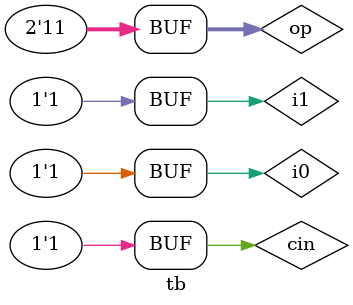
<source format=v>
module tb();
    reg i0,i1,cin;
    reg [1:0]op;
    wire y;
    wire cout;
    alu1 f1(i0,i1,cin,op,y,cout);

    initial begin
        $dumpfile("dump.vcd");
        $dumpvars(0,tb);
    end
    initial begin
        $monitor("%b %b %b %b %b %b",i0,i1,op,cin,cout,y);
        i0 = 1'b1;
        i1 = 1'b1;
        op = 2'b00;
        cin = op[0];
        #10
        op = 2'b01;
        cin = op[0];
        #10
        op = 2'b10;
        cin = op[0];
        #10
        op = 2'b11;
        cin = op[0];
       
    end
endmodule
</source>
